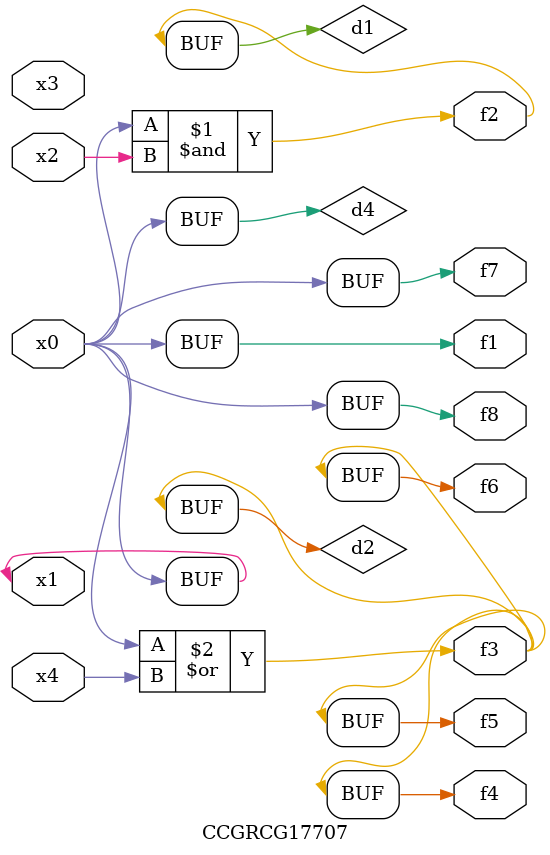
<source format=v>
module CCGRCG17707(
	input x0, x1, x2, x3, x4,
	output f1, f2, f3, f4, f5, f6, f7, f8
);

	wire d1, d2, d3, d4;

	and (d1, x0, x2);
	or (d2, x0, x4);
	nand (d3, x0, x2);
	buf (d4, x0, x1);
	assign f1 = d4;
	assign f2 = d1;
	assign f3 = d2;
	assign f4 = d2;
	assign f5 = d2;
	assign f6 = d2;
	assign f7 = d4;
	assign f8 = d4;
endmodule

</source>
